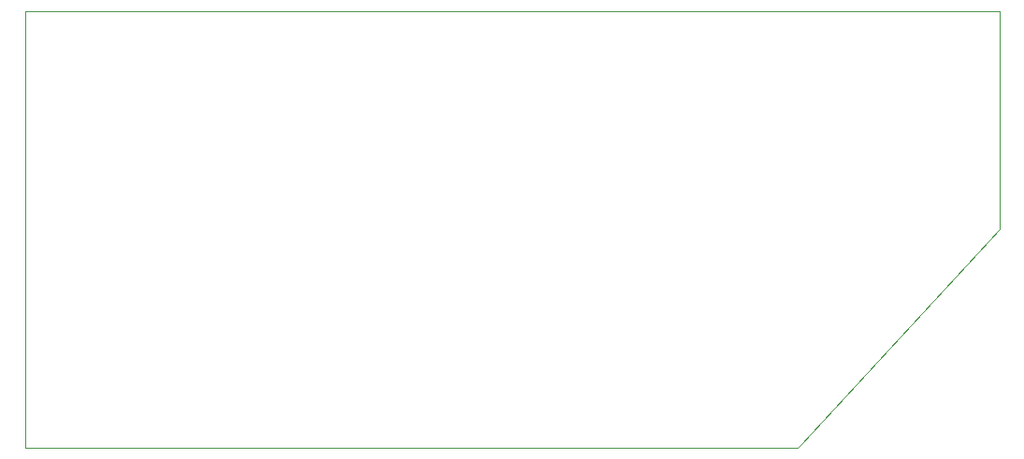
<source format=gbr>
%TF.GenerationSoftware,KiCad,Pcbnew,(6.0.1-0)*%
%TF.CreationDate,2022-04-07T08:57:17-04:00*%
%TF.ProjectId,interface-board,696e7465-7266-4616-9365-2d626f617264,rev?*%
%TF.SameCoordinates,Original*%
%TF.FileFunction,Profile,NP*%
%FSLAX46Y46*%
G04 Gerber Fmt 4.6, Leading zero omitted, Abs format (unit mm)*
G04 Created by KiCad (PCBNEW (6.0.1-0)) date 2022-04-07 08:57:17*
%MOMM*%
%LPD*%
G01*
G04 APERTURE LIST*
%TA.AperFunction,Profile*%
%ADD10C,0.100000*%
%TD*%
G04 APERTURE END LIST*
D10*
X165500000Y-66250000D02*
X147500000Y-85750000D01*
X147500000Y-85750000D02*
X147250000Y-86000000D01*
X147250000Y-86000000D02*
X77250000Y-86000000D01*
X77250000Y-86000000D02*
X77250000Y-46500000D01*
X77250000Y-46500000D02*
X165500000Y-46500000D01*
X165500000Y-46500000D02*
X165500000Y-66250000D01*
M02*

</source>
